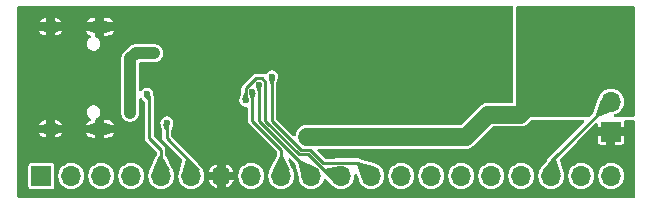
<source format=gbl>
G04 #@! TF.GenerationSoftware,KiCad,Pcbnew,9.0.3*
G04 #@! TF.CreationDate,2025-08-03T15:22:30-04:00*
G04 #@! TF.ProjectId,CH32V003F4P6,43483332-5630-4303-9346-3450362e6b69,rev?*
G04 #@! TF.SameCoordinates,Original*
G04 #@! TF.FileFunction,Copper,L2,Bot*
G04 #@! TF.FilePolarity,Positive*
%FSLAX46Y46*%
G04 Gerber Fmt 4.6, Leading zero omitted, Abs format (unit mm)*
G04 Created by KiCad (PCBNEW 9.0.3) date 2025-08-03 15:22:30*
%MOMM*%
%LPD*%
G01*
G04 APERTURE LIST*
G04 #@! TA.AperFunction,ComponentPad*
%ADD10R,1.700000X1.700000*%
G04 #@! TD*
G04 #@! TA.AperFunction,ComponentPad*
%ADD11O,1.700000X1.700000*%
G04 #@! TD*
G04 #@! TA.AperFunction,ComponentPad*
%ADD12O,2.100000X1.000000*%
G04 #@! TD*
G04 #@! TA.AperFunction,ComponentPad*
%ADD13O,1.600000X1.000000*%
G04 #@! TD*
G04 #@! TA.AperFunction,ViaPad*
%ADD14C,0.600000*%
G04 #@! TD*
G04 #@! TA.AperFunction,Conductor*
%ADD15C,1.000000*%
G04 #@! TD*
G04 #@! TA.AperFunction,Conductor*
%ADD16C,0.600000*%
G04 #@! TD*
G04 #@! TA.AperFunction,Conductor*
%ADD17C,1.500000*%
G04 #@! TD*
G04 #@! TA.AperFunction,Conductor*
%ADD18C,0.250000*%
G04 #@! TD*
G04 APERTURE END LIST*
D10*
X177292000Y-124445000D03*
D11*
X177292000Y-121905000D03*
X177292000Y-119365000D03*
D12*
X134030000Y-115580000D03*
D13*
X129850000Y-115580000D03*
D12*
X134030000Y-124220000D03*
D13*
X129850000Y-124220000D03*
D10*
X129075000Y-128200000D03*
D11*
X131615000Y-128200000D03*
X134155000Y-128200000D03*
X136695000Y-128200000D03*
X139235000Y-128200000D03*
X141775000Y-128200000D03*
X144315000Y-128200000D03*
X146855000Y-128200000D03*
X149395000Y-128200000D03*
X151935000Y-128200000D03*
X154475000Y-128200000D03*
X157015000Y-128200000D03*
X159555000Y-128200000D03*
X162095000Y-128200000D03*
X164635000Y-128200000D03*
X167175000Y-128200000D03*
X169715000Y-128200000D03*
X172255000Y-128200000D03*
X174795000Y-128200000D03*
X177335000Y-128200000D03*
D14*
X143057792Y-129484503D03*
X140520835Y-129484503D03*
X166900000Y-121600000D03*
X132909964Y-129484503D03*
X145594749Y-129484503D03*
X165500000Y-121600000D03*
X151700000Y-122700000D03*
X173501276Y-129484503D03*
X167900000Y-114200000D03*
X152400000Y-123000000D03*
X160700000Y-116100000D03*
X155742577Y-129484503D03*
X159900000Y-116500000D03*
X153100000Y-123400000D03*
X176038233Y-129484503D03*
X150668663Y-129484503D03*
X159900000Y-115700000D03*
X153100000Y-122700000D03*
X166500000Y-114200000D03*
X160816491Y-129484503D03*
X164400000Y-114200000D03*
X163353448Y-129484503D03*
X163700000Y-114200000D03*
X137983878Y-129484503D03*
X168300000Y-121600000D03*
X160700000Y-116900000D03*
X153205620Y-129484503D03*
X148131706Y-129484503D03*
X151700000Y-122000000D03*
X130373007Y-129484503D03*
X168600000Y-114200000D03*
X164800000Y-121600000D03*
X160700000Y-115300000D03*
X166200000Y-121600000D03*
X163000000Y-114200000D03*
X162300000Y-114200000D03*
X152400000Y-122300000D03*
X165100000Y-114200000D03*
X160700000Y-114500000D03*
X159900000Y-114900000D03*
X159900000Y-117300000D03*
X152400000Y-121600000D03*
X168427362Y-129484503D03*
X165890405Y-129484503D03*
X153100000Y-122000000D03*
X151700000Y-123400000D03*
X161600000Y-114200000D03*
X167200000Y-114200000D03*
X170964319Y-129484503D03*
X160700000Y-117700000D03*
X165800000Y-114200000D03*
X158279534Y-129484503D03*
X135446921Y-129484503D03*
X167600000Y-121600000D03*
X138650000Y-117800000D03*
X136610283Y-122852988D03*
X136610283Y-122200000D03*
X136975000Y-117875000D03*
X171200000Y-122400000D03*
X170800000Y-117500000D03*
X171800000Y-116100000D03*
X174700000Y-122400000D03*
X175800000Y-119600000D03*
X175800000Y-118200000D03*
X173400000Y-121700000D03*
X171200000Y-121000000D03*
X176700000Y-116800000D03*
X174940000Y-115300000D03*
X173180000Y-115300000D03*
X173400000Y-120300000D03*
X172080000Y-121000000D03*
X172300000Y-115300000D03*
X174500000Y-114600000D03*
X171680000Y-117500000D03*
X173840000Y-121000000D03*
X171680000Y-120300000D03*
X176300000Y-117500000D03*
X173900000Y-122400000D03*
X152900000Y-124900000D03*
X172080000Y-118200000D03*
X173700000Y-114600000D03*
X146944000Y-121100000D03*
X172080000Y-119600000D03*
X171200000Y-118200000D03*
X176300000Y-114600000D03*
X170800000Y-116100000D03*
X172180000Y-116800000D03*
X176700000Y-118200000D03*
X171680000Y-118900000D03*
X170800000Y-118900000D03*
X174300000Y-121700000D03*
X175800000Y-116800000D03*
X177200000Y-116100000D03*
X172800000Y-114600000D03*
X173000000Y-122400000D03*
X177200000Y-117500000D03*
X172080000Y-122400000D03*
X176300000Y-116100000D03*
X175400000Y-114600000D03*
X175400000Y-116100000D03*
X175200000Y-121700000D03*
X172960000Y-121000000D03*
X172560000Y-120300000D03*
X171680000Y-121700000D03*
X152200000Y-124900000D03*
X174060000Y-115300000D03*
X171300000Y-116800000D03*
X170800000Y-120300000D03*
X175820000Y-115300000D03*
X171300000Y-115300000D03*
X151600000Y-124875000D03*
X171200000Y-119600000D03*
X175400000Y-117500000D03*
X176700000Y-115300000D03*
X175200000Y-120300000D03*
X174700000Y-121000000D03*
X153700000Y-124900000D03*
X176100000Y-120300000D03*
X174300000Y-120300000D03*
X170800000Y-121700000D03*
X172560000Y-121700000D03*
X176200000Y-118900000D03*
X171800000Y-114600000D03*
X175600000Y-121000000D03*
X175300000Y-118900000D03*
X138000000Y-121300000D03*
X147496000Y-120457903D03*
X146392000Y-121800000D03*
X148600000Y-119800000D03*
X139700000Y-123700000D03*
D15*
X136975000Y-117875000D02*
X136600000Y-118250000D01*
D16*
X136610283Y-122852988D02*
X136600000Y-122842705D01*
D15*
X136975000Y-117875000D02*
X137050000Y-117800000D01*
X137050000Y-117800000D02*
X138650000Y-117800000D01*
X136600000Y-118250000D02*
X136600000Y-122842705D01*
D17*
X165000000Y-124900000D02*
X166900000Y-123000000D01*
X151625000Y-124900000D02*
X165000000Y-124900000D01*
X169600000Y-123000000D02*
X171600000Y-121000000D01*
D18*
X149395000Y-125961316D02*
X149395000Y-128200000D01*
X146944000Y-121100000D02*
X146944000Y-123510316D01*
D17*
X166900000Y-123000000D02*
X169600000Y-123000000D01*
X151600000Y-124875000D02*
X151625000Y-124900000D01*
X171600000Y-121000000D02*
X172960000Y-121000000D01*
D18*
X146944000Y-123510316D02*
X149395000Y-125961316D01*
X172255000Y-126942000D02*
X172255000Y-128200000D01*
X177292000Y-121905000D02*
X172255000Y-126942000D01*
X138200000Y-121500000D02*
X138200000Y-125000000D01*
X138200000Y-125000000D02*
X139200000Y-126000000D01*
X139200000Y-128165000D02*
X139235000Y-128200000D01*
X139200000Y-126000000D02*
X139200000Y-128165000D01*
X138000000Y-121300000D02*
X138200000Y-121500000D01*
X151935000Y-127968158D02*
X151935000Y-128200000D01*
X147496000Y-123529158D02*
X151935000Y-127968158D01*
X147496000Y-120457903D02*
X147496000Y-123529158D01*
X153493465Y-128200000D02*
X154475000Y-128200000D01*
X146392000Y-120781257D02*
X147267354Y-119905903D01*
X146392000Y-121800000D02*
X146392000Y-120781257D01*
X150893841Y-126377000D02*
X151670465Y-126377000D01*
X147724646Y-119905903D02*
X148048000Y-120229257D01*
X148048000Y-123531159D02*
X150893841Y-126377000D01*
X147267354Y-119905903D02*
X147724646Y-119905903D01*
X148048000Y-120229257D02*
X148048000Y-123531159D01*
X151670465Y-126377000D02*
X153493465Y-128200000D01*
X148600000Y-123550000D02*
X151050000Y-126000000D01*
X154016536Y-127100000D02*
X154018536Y-127098000D01*
X152926623Y-127100000D02*
X154016536Y-127100000D01*
X151826623Y-126000000D02*
X152926623Y-127100000D01*
X154018536Y-127098000D02*
X155913000Y-127098000D01*
X148600000Y-119800000D02*
X148600000Y-123550000D01*
X155913000Y-127098000D02*
X157015000Y-128200000D01*
X151050000Y-126000000D02*
X151826623Y-126000000D01*
X139700000Y-123700000D02*
X139700000Y-125000000D01*
X139700000Y-125000000D02*
X141775000Y-127075000D01*
X141775000Y-127075000D02*
X141775000Y-128200000D01*
G04 #@! TA.AperFunction,Conductor*
G36*
X179243039Y-113822185D02*
G01*
X179288794Y-113874989D01*
X179300000Y-113926500D01*
X179300000Y-123076000D01*
X179280315Y-123143039D01*
X179227511Y-123188794D01*
X179176000Y-123200000D01*
X177650597Y-123200000D01*
X177583558Y-123180315D01*
X177537803Y-123127511D01*
X177527859Y-123058353D01*
X177556884Y-122994797D01*
X177612277Y-122958069D01*
X177714445Y-122924873D01*
X177868788Y-122846232D01*
X178008928Y-122744414D01*
X178131414Y-122621928D01*
X178233232Y-122481788D01*
X178311873Y-122327445D01*
X178365402Y-122162701D01*
X178392500Y-121991611D01*
X178392500Y-121818389D01*
X178365402Y-121647299D01*
X178311873Y-121482555D01*
X178233232Y-121328212D01*
X178131414Y-121188072D01*
X178008928Y-121065586D01*
X177868788Y-120963768D01*
X177714445Y-120885127D01*
X177549701Y-120831598D01*
X177549699Y-120831597D01*
X177549698Y-120831597D01*
X177418271Y-120810781D01*
X177378611Y-120804500D01*
X177205389Y-120804500D01*
X177165728Y-120810781D01*
X177034302Y-120831597D01*
X176869552Y-120885128D01*
X176715211Y-120963768D01*
X176635256Y-121021859D01*
X176575072Y-121065586D01*
X176575070Y-121065588D01*
X176575069Y-121065588D01*
X176452588Y-121188069D01*
X176452588Y-121188070D01*
X176452586Y-121188072D01*
X176408859Y-121248256D01*
X176350768Y-121328211D01*
X176272128Y-121482552D01*
X176218595Y-121647309D01*
X176217475Y-121651972D01*
X176213901Y-121664094D01*
X175796807Y-122851872D01*
X175767492Y-122898469D01*
X175502281Y-123163681D01*
X175440958Y-123197166D01*
X175414600Y-123200000D01*
X169424000Y-123200000D01*
X169356961Y-123180315D01*
X169311206Y-123127511D01*
X169300000Y-123076000D01*
X169300000Y-113926500D01*
X169319685Y-113859461D01*
X169372489Y-113813706D01*
X169424000Y-113802500D01*
X179176000Y-113802500D01*
X179243039Y-113822185D01*
G37*
G04 #@! TD.AperFunction*
G04 #@! TA.AperFunction,Conductor*
G36*
X168987539Y-113822185D02*
G01*
X169033294Y-113874989D01*
X169044500Y-113926500D01*
X169044500Y-121875500D01*
X169024815Y-121942539D01*
X168972011Y-121988294D01*
X168920500Y-121999500D01*
X166801457Y-121999500D01*
X166736180Y-122012485D01*
X166736179Y-122012485D01*
X166608171Y-122037947D01*
X166608159Y-122037950D01*
X166573852Y-122052160D01*
X166573853Y-122052161D01*
X166426088Y-122113366D01*
X166426080Y-122113371D01*
X166365147Y-122154086D01*
X166262216Y-122222861D01*
X166262213Y-122222864D01*
X164621899Y-123863181D01*
X164560576Y-123896666D01*
X164534218Y-123899500D01*
X151836434Y-123899500D01*
X151812243Y-123897117D01*
X151777052Y-123890117D01*
X151698542Y-123874500D01*
X151698540Y-123874500D01*
X151501460Y-123874500D01*
X151501457Y-123874500D01*
X151308171Y-123912947D01*
X151308163Y-123912949D01*
X151126089Y-123988367D01*
X151126079Y-123988372D01*
X150962219Y-124097860D01*
X150962215Y-124097863D01*
X150822863Y-124237215D01*
X150822860Y-124237219D01*
X150713372Y-124401079D01*
X150713367Y-124401089D01*
X150637949Y-124583163D01*
X150637947Y-124583171D01*
X150604607Y-124750782D01*
X150572222Y-124812693D01*
X150511506Y-124847267D01*
X150441737Y-124843528D01*
X150395309Y-124814272D01*
X149011819Y-123430782D01*
X148978334Y-123369459D01*
X148975500Y-123343101D01*
X148975500Y-120468580D01*
X148981260Y-120431227D01*
X149133946Y-119947907D01*
X149137700Y-119934818D01*
X149138003Y-119933643D01*
X149138006Y-119933633D01*
X149141057Y-119920375D01*
X149141057Y-119920367D01*
X149141849Y-119913497D01*
X149142397Y-119913560D01*
X149145272Y-119891983D01*
X149150500Y-119872474D01*
X149150500Y-119727527D01*
X149150500Y-119727525D01*
X149112984Y-119587515D01*
X149106488Y-119576264D01*
X149040511Y-119461988D01*
X149040506Y-119461982D01*
X148938017Y-119359493D01*
X148938011Y-119359488D01*
X148812488Y-119287017D01*
X148812489Y-119287017D01*
X148801006Y-119283940D01*
X148672475Y-119249500D01*
X148527525Y-119249500D01*
X148398993Y-119283940D01*
X148387511Y-119287017D01*
X148261988Y-119359488D01*
X148261982Y-119359493D01*
X148159493Y-119461982D01*
X148159486Y-119461991D01*
X148108305Y-119550638D01*
X148106596Y-119552267D01*
X148105955Y-119554542D01*
X148081428Y-119576264D01*
X148057738Y-119598853D01*
X148055419Y-119599299D01*
X148053650Y-119600867D01*
X148021269Y-119605881D01*
X147989130Y-119612075D01*
X147986211Y-119611309D01*
X147984603Y-119611559D01*
X147975992Y-119608631D01*
X147950633Y-119601983D01*
X147944621Y-119599316D01*
X147869584Y-119555993D01*
X147821832Y-119543198D01*
X147812490Y-119540694D01*
X147812484Y-119540692D01*
X147774082Y-119530403D01*
X147774081Y-119530403D01*
X147316790Y-119530403D01*
X147217918Y-119530403D01*
X147170166Y-119543198D01*
X147170165Y-119543197D01*
X147122417Y-119555992D01*
X147122416Y-119555992D01*
X147036789Y-119605430D01*
X146091526Y-120550693D01*
X146042091Y-120636316D01*
X146042088Y-120636323D01*
X146038494Y-120649735D01*
X146038495Y-120649736D01*
X146017851Y-120726782D01*
X146017848Y-120726794D01*
X146016500Y-120731820D01*
X146016500Y-121131416D01*
X146010740Y-121168769D01*
X145858049Y-121652104D01*
X145854267Y-121665299D01*
X145853951Y-121666523D01*
X145850942Y-121679617D01*
X145850153Y-121686484D01*
X145849606Y-121686421D01*
X145846729Y-121708008D01*
X145841500Y-121727523D01*
X145841500Y-121727525D01*
X145841500Y-121872475D01*
X145872534Y-121988294D01*
X145879017Y-122012488D01*
X145951488Y-122138011D01*
X145951490Y-122138013D01*
X145951491Y-122138015D01*
X146053985Y-122240509D01*
X146053986Y-122240510D01*
X146053988Y-122240511D01*
X146179511Y-122312982D01*
X146179512Y-122312982D01*
X146179515Y-122312984D01*
X146319525Y-122350500D01*
X146319528Y-122350500D01*
X146444500Y-122350500D01*
X146511539Y-122370185D01*
X146557294Y-122422989D01*
X146568500Y-122474500D01*
X146568500Y-123559751D01*
X146594090Y-123655254D01*
X146594091Y-123655255D01*
X146594090Y-123655255D01*
X146606121Y-123676094D01*
X146606124Y-123676097D01*
X146643526Y-123740879D01*
X146643528Y-123740881D01*
X148983181Y-126080534D01*
X149016666Y-126141857D01*
X149019500Y-126168215D01*
X149019500Y-126419523D01*
X149007279Y-126473201D01*
X148462322Y-127608015D01*
X148456273Y-127619122D01*
X148453768Y-127623209D01*
X148375129Y-127777549D01*
X148321597Y-127942302D01*
X148294500Y-128113389D01*
X148294500Y-128286610D01*
X148320846Y-128452957D01*
X148321598Y-128457701D01*
X148375127Y-128622445D01*
X148453768Y-128776788D01*
X148555586Y-128916928D01*
X148678072Y-129039414D01*
X148818212Y-129141232D01*
X148972555Y-129219873D01*
X149137299Y-129273402D01*
X149308389Y-129300500D01*
X149308390Y-129300500D01*
X149481610Y-129300500D01*
X149481611Y-129300500D01*
X149652701Y-129273402D01*
X149817445Y-129219873D01*
X149971788Y-129141232D01*
X150111928Y-129039414D01*
X150234414Y-128916928D01*
X150336232Y-128776788D01*
X150414873Y-128622445D01*
X150468402Y-128457701D01*
X150495500Y-128286611D01*
X150495500Y-128113389D01*
X150468402Y-127942299D01*
X150414873Y-127777555D01*
X150336232Y-127623212D01*
X150336228Y-127623206D01*
X150333727Y-127619124D01*
X150327676Y-127608013D01*
X149980923Y-126885937D01*
X149969646Y-126816984D01*
X149997440Y-126752880D01*
X150055478Y-126713978D01*
X150125335Y-126712630D01*
X150180383Y-126744578D01*
X150513154Y-127077349D01*
X150546104Y-127136323D01*
X150850165Y-128414016D01*
X150850169Y-128414030D01*
X150850456Y-128414671D01*
X150850942Y-128416308D01*
X150852028Y-128419509D01*
X150851905Y-128419550D01*
X150859724Y-128445871D01*
X150861597Y-128457699D01*
X150880186Y-128514909D01*
X150915127Y-128622445D01*
X150993768Y-128776788D01*
X151095586Y-128916928D01*
X151218072Y-129039414D01*
X151358212Y-129141232D01*
X151512555Y-129219873D01*
X151677299Y-129273402D01*
X151848389Y-129300500D01*
X151848390Y-129300500D01*
X152021610Y-129300500D01*
X152021611Y-129300500D01*
X152192701Y-129273402D01*
X152357445Y-129219873D01*
X152511788Y-129141232D01*
X152651928Y-129039414D01*
X152774414Y-128916928D01*
X152876232Y-128776788D01*
X152954873Y-128622445D01*
X152993275Y-128504255D01*
X153032713Y-128446581D01*
X153097072Y-128419383D01*
X153165918Y-128431298D01*
X153199920Y-128455940D01*
X153578669Y-128843796D01*
X153578905Y-128844004D01*
X153579354Y-128844497D01*
X153581917Y-128847122D01*
X153581824Y-128847212D01*
X153597235Y-128864144D01*
X153635586Y-128916928D01*
X153758072Y-129039414D01*
X153898212Y-129141232D01*
X154052555Y-129219873D01*
X154217299Y-129273402D01*
X154388389Y-129300500D01*
X154388390Y-129300500D01*
X154561610Y-129300500D01*
X154561611Y-129300500D01*
X154732701Y-129273402D01*
X154897445Y-129219873D01*
X155051788Y-129141232D01*
X155191928Y-129039414D01*
X155314414Y-128916928D01*
X155416232Y-128776788D01*
X155494873Y-128622445D01*
X155548402Y-128457701D01*
X155575500Y-128286611D01*
X155575500Y-128132163D01*
X155595185Y-128065124D01*
X155647989Y-128019369D01*
X155717147Y-128009425D01*
X155780703Y-128038450D01*
X155816743Y-128091790D01*
X155937087Y-128441269D01*
X155940029Y-128453060D01*
X155940459Y-128452957D01*
X155941597Y-128457695D01*
X155941598Y-128457701D01*
X155995127Y-128622445D01*
X156073768Y-128776788D01*
X156175586Y-128916928D01*
X156298072Y-129039414D01*
X156438212Y-129141232D01*
X156592555Y-129219873D01*
X156757299Y-129273402D01*
X156928389Y-129300500D01*
X156928390Y-129300500D01*
X157101610Y-129300500D01*
X157101611Y-129300500D01*
X157272701Y-129273402D01*
X157437445Y-129219873D01*
X157591788Y-129141232D01*
X157731928Y-129039414D01*
X157854414Y-128916928D01*
X157956232Y-128776788D01*
X158034873Y-128622445D01*
X158088402Y-128457701D01*
X158115500Y-128286611D01*
X158115500Y-128113389D01*
X158454500Y-128113389D01*
X158454500Y-128286610D01*
X158480846Y-128452957D01*
X158481598Y-128457701D01*
X158535127Y-128622445D01*
X158613768Y-128776788D01*
X158715586Y-128916928D01*
X158838072Y-129039414D01*
X158978212Y-129141232D01*
X159132555Y-129219873D01*
X159297299Y-129273402D01*
X159468389Y-129300500D01*
X159468390Y-129300500D01*
X159641610Y-129300500D01*
X159641611Y-129300500D01*
X159812701Y-129273402D01*
X159977445Y-129219873D01*
X160131788Y-129141232D01*
X160271928Y-129039414D01*
X160394414Y-128916928D01*
X160496232Y-128776788D01*
X160574873Y-128622445D01*
X160628402Y-128457701D01*
X160655500Y-128286611D01*
X160655500Y-128113389D01*
X160994500Y-128113389D01*
X160994500Y-128286610D01*
X161020846Y-128452957D01*
X161021598Y-128457701D01*
X161075127Y-128622445D01*
X161153768Y-128776788D01*
X161255586Y-128916928D01*
X161378072Y-129039414D01*
X161518212Y-129141232D01*
X161672555Y-129219873D01*
X161837299Y-129273402D01*
X162008389Y-129300500D01*
X162008390Y-129300500D01*
X162181610Y-129300500D01*
X162181611Y-129300500D01*
X162352701Y-129273402D01*
X162517445Y-129219873D01*
X162671788Y-129141232D01*
X162811928Y-129039414D01*
X162934414Y-128916928D01*
X163036232Y-128776788D01*
X163114873Y-128622445D01*
X163168402Y-128457701D01*
X163195500Y-128286611D01*
X163195500Y-128113389D01*
X163534500Y-128113389D01*
X163534500Y-128286610D01*
X163560846Y-128452957D01*
X163561598Y-128457701D01*
X163615127Y-128622445D01*
X163693768Y-128776788D01*
X163795586Y-128916928D01*
X163918072Y-129039414D01*
X164058212Y-129141232D01*
X164212555Y-129219873D01*
X164377299Y-129273402D01*
X164548389Y-129300500D01*
X164548390Y-129300500D01*
X164721610Y-129300500D01*
X164721611Y-129300500D01*
X164892701Y-129273402D01*
X165057445Y-129219873D01*
X165211788Y-129141232D01*
X165351928Y-129039414D01*
X165474414Y-128916928D01*
X165576232Y-128776788D01*
X165654873Y-128622445D01*
X165708402Y-128457701D01*
X165735500Y-128286611D01*
X165735500Y-128113389D01*
X166074500Y-128113389D01*
X166074500Y-128286610D01*
X166100846Y-128452957D01*
X166101598Y-128457701D01*
X166155127Y-128622445D01*
X166233768Y-128776788D01*
X166335586Y-128916928D01*
X166458072Y-129039414D01*
X166598212Y-129141232D01*
X166752555Y-129219873D01*
X166917299Y-129273402D01*
X167088389Y-129300500D01*
X167088390Y-129300500D01*
X167261610Y-129300500D01*
X167261611Y-129300500D01*
X167432701Y-129273402D01*
X167597445Y-129219873D01*
X167751788Y-129141232D01*
X167891928Y-129039414D01*
X168014414Y-128916928D01*
X168116232Y-128776788D01*
X168194873Y-128622445D01*
X168248402Y-128457701D01*
X168275500Y-128286611D01*
X168275500Y-128113389D01*
X168614500Y-128113389D01*
X168614500Y-128286610D01*
X168640846Y-128452957D01*
X168641598Y-128457701D01*
X168695127Y-128622445D01*
X168773768Y-128776788D01*
X168875586Y-128916928D01*
X168998072Y-129039414D01*
X169138212Y-129141232D01*
X169292555Y-129219873D01*
X169457299Y-129273402D01*
X169628389Y-129300500D01*
X169628390Y-129300500D01*
X169801610Y-129300500D01*
X169801611Y-129300500D01*
X169972701Y-129273402D01*
X170137445Y-129219873D01*
X170291788Y-129141232D01*
X170431928Y-129039414D01*
X170554414Y-128916928D01*
X170656232Y-128776788D01*
X170734873Y-128622445D01*
X170788402Y-128457701D01*
X170815500Y-128286611D01*
X170815500Y-128113389D01*
X170788402Y-127942299D01*
X170734873Y-127777555D01*
X170656232Y-127623212D01*
X170554414Y-127483072D01*
X170431928Y-127360586D01*
X170291788Y-127258768D01*
X170137445Y-127180127D01*
X169972701Y-127126598D01*
X169972699Y-127126597D01*
X169972698Y-127126597D01*
X169818481Y-127102172D01*
X169801611Y-127099500D01*
X169628389Y-127099500D01*
X169611519Y-127102172D01*
X169457302Y-127126597D01*
X169292552Y-127180128D01*
X169138211Y-127258768D01*
X169058256Y-127316859D01*
X168998072Y-127360586D01*
X168998070Y-127360588D01*
X168998069Y-127360588D01*
X168875588Y-127483069D01*
X168875588Y-127483070D01*
X168875586Y-127483072D01*
X168875350Y-127483397D01*
X168773768Y-127623211D01*
X168695128Y-127777552D01*
X168641597Y-127942302D01*
X168614500Y-128113389D01*
X168275500Y-128113389D01*
X168248402Y-127942299D01*
X168194873Y-127777555D01*
X168116232Y-127623212D01*
X168014414Y-127483072D01*
X167891928Y-127360586D01*
X167751788Y-127258768D01*
X167597445Y-127180127D01*
X167432701Y-127126598D01*
X167432699Y-127126597D01*
X167432698Y-127126597D01*
X167278481Y-127102172D01*
X167261611Y-127099500D01*
X167088389Y-127099500D01*
X167071519Y-127102172D01*
X166917302Y-127126597D01*
X166752552Y-127180128D01*
X166598211Y-127258768D01*
X166518256Y-127316859D01*
X166458072Y-127360586D01*
X166458070Y-127360588D01*
X166458069Y-127360588D01*
X166335588Y-127483069D01*
X166335588Y-127483070D01*
X166335586Y-127483072D01*
X166335350Y-127483397D01*
X166233768Y-127623211D01*
X166155128Y-127777552D01*
X166101597Y-127942302D01*
X166074500Y-128113389D01*
X165735500Y-128113389D01*
X165708402Y-127942299D01*
X165654873Y-127777555D01*
X165576232Y-127623212D01*
X165474414Y-127483072D01*
X165351928Y-127360586D01*
X165211788Y-127258768D01*
X165057445Y-127180127D01*
X164892701Y-127126598D01*
X164892699Y-127126597D01*
X164892698Y-127126597D01*
X164738481Y-127102172D01*
X164721611Y-127099500D01*
X164548389Y-127099500D01*
X164531519Y-127102172D01*
X164377302Y-127126597D01*
X164212552Y-127180128D01*
X164058211Y-127258768D01*
X163978256Y-127316859D01*
X163918072Y-127360586D01*
X163918070Y-127360588D01*
X163918069Y-127360588D01*
X163795588Y-127483069D01*
X163795588Y-127483070D01*
X163795586Y-127483072D01*
X163795350Y-127483397D01*
X163693768Y-127623211D01*
X163615128Y-127777552D01*
X163561597Y-127942302D01*
X163534500Y-128113389D01*
X163195500Y-128113389D01*
X163168402Y-127942299D01*
X163114873Y-127777555D01*
X163036232Y-127623212D01*
X162934414Y-127483072D01*
X162811928Y-127360586D01*
X162671788Y-127258768D01*
X162517445Y-127180127D01*
X162352701Y-127126598D01*
X162352699Y-127126597D01*
X162352698Y-127126597D01*
X162198481Y-127102172D01*
X162181611Y-127099500D01*
X162008389Y-127099500D01*
X161991519Y-127102172D01*
X161837302Y-127126597D01*
X161672552Y-127180128D01*
X161518211Y-127258768D01*
X161438256Y-127316859D01*
X161378072Y-127360586D01*
X161378070Y-127360588D01*
X161378069Y-127360588D01*
X161255588Y-127483069D01*
X161255588Y-127483070D01*
X161255586Y-127483072D01*
X161255350Y-127483397D01*
X161153768Y-127623211D01*
X161075128Y-127777552D01*
X161021597Y-127942302D01*
X160994500Y-128113389D01*
X160655500Y-128113389D01*
X160628402Y-127942299D01*
X160574873Y-127777555D01*
X160496232Y-127623212D01*
X160394414Y-127483072D01*
X160271928Y-127360586D01*
X160131788Y-127258768D01*
X159977445Y-127180127D01*
X159812701Y-127126598D01*
X159812699Y-127126597D01*
X159812698Y-127126597D01*
X159658481Y-127102172D01*
X159641611Y-127099500D01*
X159468389Y-127099500D01*
X159451519Y-127102172D01*
X159297302Y-127126597D01*
X159132552Y-127180128D01*
X158978211Y-127258768D01*
X158898256Y-127316859D01*
X158838072Y-127360586D01*
X158838070Y-127360588D01*
X158838069Y-127360588D01*
X158715588Y-127483069D01*
X158715588Y-127483070D01*
X158715586Y-127483072D01*
X158715350Y-127483397D01*
X158613768Y-127623211D01*
X158535128Y-127777552D01*
X158481597Y-127942302D01*
X158454500Y-128113389D01*
X158115500Y-128113389D01*
X158088402Y-127942299D01*
X158034873Y-127777555D01*
X157956232Y-127623212D01*
X157854414Y-127483072D01*
X157731928Y-127360586D01*
X157591788Y-127258768D01*
X157437445Y-127180127D01*
X157272701Y-127126598D01*
X157269798Y-127126138D01*
X157243981Y-127119125D01*
X157239866Y-127117513D01*
X156187991Y-126820508D01*
X156168261Y-126813075D01*
X156150753Y-126804716D01*
X156143563Y-126797526D01*
X156143562Y-126797525D01*
X156057938Y-126748090D01*
X156010186Y-126735295D01*
X155999158Y-126732339D01*
X155999156Y-126732339D01*
X155962436Y-126722500D01*
X155962435Y-126722500D01*
X155817510Y-126722500D01*
X155799490Y-126721261D01*
X155793262Y-126722500D01*
X154067972Y-126722500D01*
X153969100Y-126722500D01*
X153969097Y-126722500D01*
X153961972Y-126723439D01*
X153945784Y-126724500D01*
X153133522Y-126724500D01*
X153066483Y-126704815D01*
X153045841Y-126688181D01*
X152469841Y-126112181D01*
X152436356Y-126050858D01*
X152441340Y-125981166D01*
X152483212Y-125925233D01*
X152548676Y-125900816D01*
X152557522Y-125900500D01*
X165098542Y-125900500D01*
X165129566Y-125894328D01*
X165195188Y-125881275D01*
X165291836Y-125862051D01*
X165345165Y-125839961D01*
X165473914Y-125786632D01*
X165637782Y-125677139D01*
X165777139Y-125537782D01*
X165777139Y-125537780D01*
X165787347Y-125527573D01*
X165787348Y-125527570D01*
X167278102Y-124036819D01*
X167339425Y-124003334D01*
X167365783Y-124000500D01*
X169698542Y-124000500D01*
X169722539Y-123995726D01*
X169795188Y-123981275D01*
X169891836Y-123962051D01*
X169950023Y-123937949D01*
X170073914Y-123886632D01*
X170237782Y-123777139D01*
X170377139Y-123637782D01*
X170377141Y-123637778D01*
X170523102Y-123491817D01*
X170584425Y-123458334D01*
X170610782Y-123455500D01*
X174911100Y-123455500D01*
X174978139Y-123475185D01*
X175023894Y-123527989D01*
X175033838Y-123597147D01*
X175004813Y-123660703D01*
X174998781Y-123667181D01*
X172276871Y-126389090D01*
X172270078Y-126395393D01*
X172258230Y-126405589D01*
X172258219Y-126405600D01*
X172255164Y-126409506D01*
X172245189Y-126420772D01*
X172024438Y-126641525D01*
X171954527Y-126711435D01*
X171954525Y-126711437D01*
X171954525Y-126711438D01*
X171905942Y-126795586D01*
X171905089Y-126797064D01*
X171900865Y-126812829D01*
X171900864Y-126812834D01*
X171887209Y-126863791D01*
X171865099Y-126908100D01*
X171354740Y-127560459D01*
X171349142Y-127567891D01*
X171348610Y-127568625D01*
X171343227Y-127576350D01*
X171342697Y-127577626D01*
X171328517Y-127602910D01*
X171313771Y-127623206D01*
X171235128Y-127777552D01*
X171181597Y-127942302D01*
X171154500Y-128113389D01*
X171154500Y-128286610D01*
X171180846Y-128452957D01*
X171181598Y-128457701D01*
X171235127Y-128622445D01*
X171313768Y-128776788D01*
X171415586Y-128916928D01*
X171538072Y-129039414D01*
X171678212Y-129141232D01*
X171832555Y-129219873D01*
X171997299Y-129273402D01*
X172168389Y-129300500D01*
X172168390Y-129300500D01*
X172341610Y-129300500D01*
X172341611Y-129300500D01*
X172512701Y-129273402D01*
X172677445Y-129219873D01*
X172831788Y-129141232D01*
X172971928Y-129039414D01*
X173094414Y-128916928D01*
X173196232Y-128776788D01*
X173274873Y-128622445D01*
X173328402Y-128457701D01*
X173355500Y-128286611D01*
X173355500Y-128113389D01*
X173694500Y-128113389D01*
X173694500Y-128286610D01*
X173720846Y-128452957D01*
X173721598Y-128457701D01*
X173775127Y-128622445D01*
X173853768Y-128776788D01*
X173955586Y-128916928D01*
X174078072Y-129039414D01*
X174218212Y-129141232D01*
X174372555Y-129219873D01*
X174537299Y-129273402D01*
X174708389Y-129300500D01*
X174708390Y-129300500D01*
X174881610Y-129300500D01*
X174881611Y-129300500D01*
X175052701Y-129273402D01*
X175217445Y-129219873D01*
X175371788Y-129141232D01*
X175511928Y-129039414D01*
X175634414Y-128916928D01*
X175736232Y-128776788D01*
X175814873Y-128622445D01*
X175868402Y-128457701D01*
X175895500Y-128286611D01*
X175895500Y-128113389D01*
X176234500Y-128113389D01*
X176234500Y-128286610D01*
X176260846Y-128452957D01*
X176261598Y-128457701D01*
X176315127Y-128622445D01*
X176393768Y-128776788D01*
X176495586Y-128916928D01*
X176618072Y-129039414D01*
X176758212Y-129141232D01*
X176912555Y-129219873D01*
X177077299Y-129273402D01*
X177248389Y-129300500D01*
X177248390Y-129300500D01*
X177421610Y-129300500D01*
X177421611Y-129300500D01*
X177592701Y-129273402D01*
X177757445Y-129219873D01*
X177911788Y-129141232D01*
X178051928Y-129039414D01*
X178174414Y-128916928D01*
X178276232Y-128776788D01*
X178354873Y-128622445D01*
X178408402Y-128457701D01*
X178435500Y-128286611D01*
X178435500Y-128113389D01*
X178408402Y-127942299D01*
X178354873Y-127777555D01*
X178276232Y-127623212D01*
X178174414Y-127483072D01*
X178051928Y-127360586D01*
X177911788Y-127258768D01*
X177757445Y-127180127D01*
X177592701Y-127126598D01*
X177592699Y-127126597D01*
X177592698Y-127126597D01*
X177438481Y-127102172D01*
X177421611Y-127099500D01*
X177248389Y-127099500D01*
X177231519Y-127102172D01*
X177077302Y-127126597D01*
X176912552Y-127180128D01*
X176758211Y-127258768D01*
X176678256Y-127316859D01*
X176618072Y-127360586D01*
X176618070Y-127360588D01*
X176618069Y-127360588D01*
X176495588Y-127483069D01*
X176495588Y-127483070D01*
X176495586Y-127483072D01*
X176495350Y-127483397D01*
X176393768Y-127623211D01*
X176315128Y-127777552D01*
X176261597Y-127942302D01*
X176234500Y-128113389D01*
X175895500Y-128113389D01*
X175868402Y-127942299D01*
X175814873Y-127777555D01*
X175736232Y-127623212D01*
X175634414Y-127483072D01*
X175511928Y-127360586D01*
X175371788Y-127258768D01*
X175217445Y-127180127D01*
X175052701Y-127126598D01*
X175052699Y-127126597D01*
X175052698Y-127126597D01*
X174898481Y-127102172D01*
X174881611Y-127099500D01*
X174708389Y-127099500D01*
X174691519Y-127102172D01*
X174537302Y-127126597D01*
X174372552Y-127180128D01*
X174218211Y-127258768D01*
X174138256Y-127316859D01*
X174078072Y-127360586D01*
X174078070Y-127360588D01*
X174078069Y-127360588D01*
X173955588Y-127483069D01*
X173955588Y-127483070D01*
X173955586Y-127483072D01*
X173955350Y-127483397D01*
X173853768Y-127623211D01*
X173775128Y-127777552D01*
X173721597Y-127942302D01*
X173694500Y-128113389D01*
X173355500Y-128113389D01*
X173328402Y-127942299D01*
X173274873Y-127777555D01*
X173274872Y-127777553D01*
X173274870Y-127777549D01*
X173267810Y-127763694D01*
X173260913Y-127747370D01*
X172960591Y-126865391D01*
X172957617Y-126795586D01*
X172990291Y-126737744D01*
X174408407Y-125319628D01*
X176192000Y-125319628D01*
X176206503Y-125392540D01*
X176206505Y-125392544D01*
X176261760Y-125475239D01*
X176344455Y-125530494D01*
X176344459Y-125530496D01*
X176417371Y-125544999D01*
X176417374Y-125545000D01*
X176917000Y-125545000D01*
X177667000Y-125545000D01*
X178166626Y-125545000D01*
X178166628Y-125544999D01*
X178239540Y-125530496D01*
X178239544Y-125530494D01*
X178322239Y-125475239D01*
X178377494Y-125392544D01*
X178377496Y-125392540D01*
X178391999Y-125319628D01*
X178392000Y-125319626D01*
X178392000Y-124820000D01*
X177667000Y-124820000D01*
X177667000Y-125545000D01*
X176917000Y-125545000D01*
X176917000Y-124820000D01*
X176192000Y-124820000D01*
X176192000Y-125319628D01*
X174408407Y-125319628D01*
X175980320Y-123747715D01*
X176041642Y-123714232D01*
X176111334Y-123719216D01*
X176167267Y-123761088D01*
X176191684Y-123826552D01*
X176192000Y-123835398D01*
X176192000Y-124070000D01*
X176959894Y-124070000D01*
X176891901Y-124137993D01*
X176826075Y-124252007D01*
X176792000Y-124379174D01*
X176792000Y-124510826D01*
X176826075Y-124637993D01*
X176891901Y-124752007D01*
X176984993Y-124845099D01*
X177099007Y-124910925D01*
X177226174Y-124945000D01*
X177357826Y-124945000D01*
X177484993Y-124910925D01*
X177599007Y-124845099D01*
X177692099Y-124752007D01*
X177757925Y-124637993D01*
X177792000Y-124510826D01*
X177792000Y-124379174D01*
X177757925Y-124252007D01*
X177692099Y-124137993D01*
X177624106Y-124070000D01*
X178392000Y-124070000D01*
X178392000Y-123579500D01*
X178411685Y-123512461D01*
X178464489Y-123466706D01*
X178516000Y-123455500D01*
X179175999Y-123455500D01*
X179176000Y-123455500D01*
X179176222Y-123455476D01*
X179176273Y-123455485D01*
X179179325Y-123455322D01*
X179179363Y-123456042D01*
X179244984Y-123467869D01*
X179296130Y-123515470D01*
X179313500Y-123578763D01*
X179313500Y-129913500D01*
X179293815Y-129980539D01*
X179241011Y-130026294D01*
X179189500Y-130037500D01*
X127134500Y-130037500D01*
X127067461Y-130017815D01*
X127021706Y-129965011D01*
X127010500Y-129913500D01*
X127010500Y-127325321D01*
X127974500Y-127325321D01*
X127974500Y-129074678D01*
X127989032Y-129147735D01*
X127989033Y-129147739D01*
X127989034Y-129147740D01*
X128044399Y-129230601D01*
X128127260Y-129285966D01*
X128127264Y-129285967D01*
X128200321Y-129300499D01*
X128200324Y-129300500D01*
X128200326Y-129300500D01*
X129949676Y-129300500D01*
X129949677Y-129300499D01*
X130022740Y-129285966D01*
X130105601Y-129230601D01*
X130160966Y-129147740D01*
X130175500Y-129074674D01*
X130175500Y-128113389D01*
X130514500Y-128113389D01*
X130514500Y-128286610D01*
X130540846Y-128452957D01*
X130541598Y-128457701D01*
X130595127Y-128622445D01*
X130673768Y-128776788D01*
X130775586Y-128916928D01*
X130898072Y-129039414D01*
X131038212Y-129141232D01*
X131192555Y-129219873D01*
X131357299Y-129273402D01*
X131528389Y-129300500D01*
X131528390Y-129300500D01*
X131701610Y-129300500D01*
X131701611Y-129300500D01*
X131872701Y-129273402D01*
X132037445Y-129219873D01*
X132191788Y-129141232D01*
X132331928Y-129039414D01*
X132454414Y-128916928D01*
X132556232Y-128776788D01*
X132634873Y-128622445D01*
X132688402Y-128457701D01*
X132715500Y-128286611D01*
X132715500Y-128113389D01*
X133054500Y-128113389D01*
X133054500Y-128286610D01*
X133080846Y-128452957D01*
X133081598Y-128457701D01*
X133135127Y-128622445D01*
X133213768Y-128776788D01*
X133315586Y-128916928D01*
X133438072Y-129039414D01*
X133578212Y-129141232D01*
X133732555Y-129219873D01*
X133897299Y-129273402D01*
X134068389Y-129300500D01*
X134068390Y-129300500D01*
X134241610Y-129300500D01*
X134241611Y-129300500D01*
X134412701Y-129273402D01*
X134577445Y-129219873D01*
X134731788Y-129141232D01*
X134871928Y-129039414D01*
X134994414Y-128916928D01*
X135096232Y-128776788D01*
X135174873Y-128622445D01*
X135228402Y-128457701D01*
X135255500Y-128286611D01*
X135255500Y-128113389D01*
X135594500Y-128113389D01*
X135594500Y-128286610D01*
X135620846Y-128452957D01*
X135621598Y-128457701D01*
X135675127Y-128622445D01*
X135753768Y-128776788D01*
X135855586Y-128916928D01*
X135978072Y-129039414D01*
X136118212Y-129141232D01*
X136272555Y-129219873D01*
X136437299Y-129273402D01*
X136608389Y-129300500D01*
X136608390Y-129300500D01*
X136781610Y-129300500D01*
X136781611Y-129300500D01*
X136952701Y-129273402D01*
X137117445Y-129219873D01*
X137271788Y-129141232D01*
X137411928Y-129039414D01*
X137534414Y-128916928D01*
X137636232Y-128776788D01*
X137714873Y-128622445D01*
X137768402Y-128457701D01*
X137795500Y-128286611D01*
X137795500Y-128113389D01*
X137768402Y-127942299D01*
X137714873Y-127777555D01*
X137636232Y-127623212D01*
X137534414Y-127483072D01*
X137411928Y-127360586D01*
X137271788Y-127258768D01*
X137117445Y-127180127D01*
X136952701Y-127126598D01*
X136952699Y-127126597D01*
X136952698Y-127126597D01*
X136798481Y-127102172D01*
X136781611Y-127099500D01*
X136608389Y-127099500D01*
X136591519Y-127102172D01*
X136437302Y-127126597D01*
X136272552Y-127180128D01*
X136118211Y-127258768D01*
X136038256Y-127316859D01*
X135978072Y-127360586D01*
X135978070Y-127360588D01*
X135978069Y-127360588D01*
X135855588Y-127483069D01*
X135855588Y-127483070D01*
X135855586Y-127483072D01*
X135855350Y-127483397D01*
X135753768Y-127623211D01*
X135675128Y-127777552D01*
X135621597Y-127942302D01*
X135594500Y-128113389D01*
X135255500Y-128113389D01*
X135228402Y-127942299D01*
X135174873Y-127777555D01*
X135096232Y-127623212D01*
X134994414Y-127483072D01*
X134871928Y-127360586D01*
X134731788Y-127258768D01*
X134577445Y-127180127D01*
X134412701Y-127126598D01*
X134412699Y-127126597D01*
X134412698Y-127126597D01*
X134258481Y-127102172D01*
X134241611Y-127099500D01*
X134068389Y-127099500D01*
X134051519Y-127102172D01*
X133897302Y-127126597D01*
X133732552Y-127180128D01*
X133578211Y-127258768D01*
X133498256Y-127316859D01*
X133438072Y-127360586D01*
X133438070Y-127360588D01*
X133438069Y-127360588D01*
X133315588Y-127483069D01*
X133315588Y-127483070D01*
X133315586Y-127483072D01*
X133315350Y-127483397D01*
X133213768Y-127623211D01*
X133135128Y-127777552D01*
X133081597Y-127942302D01*
X133054500Y-128113389D01*
X132715500Y-128113389D01*
X132688402Y-127942299D01*
X132634873Y-127777555D01*
X132556232Y-127623212D01*
X132454414Y-127483072D01*
X132331928Y-127360586D01*
X132191788Y-127258768D01*
X132037445Y-127180127D01*
X131872701Y-127126598D01*
X131872699Y-127126597D01*
X131872698Y-127126597D01*
X131718481Y-127102172D01*
X131701611Y-127099500D01*
X131528389Y-127099500D01*
X131511519Y-127102172D01*
X131357302Y-127126597D01*
X131192552Y-127180128D01*
X131038211Y-127258768D01*
X130958256Y-127316859D01*
X130898072Y-127360586D01*
X130898070Y-127360588D01*
X130898069Y-127360588D01*
X130775588Y-127483069D01*
X130775588Y-127483070D01*
X130775586Y-127483072D01*
X130775350Y-127483397D01*
X130673768Y-127623211D01*
X130595128Y-127777552D01*
X130541597Y-127942302D01*
X130514500Y-128113389D01*
X130175500Y-128113389D01*
X130175500Y-127325326D01*
X130175500Y-127325323D01*
X130175499Y-127325321D01*
X130160967Y-127252264D01*
X130160966Y-127252260D01*
X130105601Y-127169399D01*
X130036379Y-127123147D01*
X130022739Y-127114033D01*
X130022735Y-127114032D01*
X129949677Y-127099500D01*
X129949674Y-127099500D01*
X128200326Y-127099500D01*
X128200323Y-127099500D01*
X128127264Y-127114032D01*
X128127260Y-127114033D01*
X128044399Y-127169399D01*
X127989033Y-127252260D01*
X127989032Y-127252264D01*
X127974500Y-127325321D01*
X127010500Y-127325321D01*
X127010500Y-124595000D01*
X128898549Y-124595000D01*
X128967433Y-124698092D01*
X128967439Y-124698100D01*
X129071899Y-124802560D01*
X129071903Y-124802563D01*
X129194735Y-124884637D01*
X129194745Y-124884642D01*
X129331232Y-124941177D01*
X129331240Y-124941179D01*
X129475000Y-124969775D01*
X129475000Y-124969774D01*
X130225000Y-124969774D01*
X130368759Y-124941179D01*
X130368767Y-124941177D01*
X130505254Y-124884642D01*
X130505264Y-124884637D01*
X130628096Y-124802563D01*
X130628100Y-124802560D01*
X130732560Y-124698100D01*
X130732566Y-124698092D01*
X130801451Y-124595000D01*
X132828549Y-124595000D01*
X132897433Y-124698092D01*
X132897439Y-124698100D01*
X133001899Y-124802560D01*
X133001903Y-124802563D01*
X133124735Y-124884637D01*
X133124745Y-124884642D01*
X133261232Y-124941177D01*
X133261240Y-124941179D01*
X133406126Y-124969999D01*
X133406129Y-124970000D01*
X133655000Y-124970000D01*
X134405000Y-124970000D01*
X134653871Y-124970000D01*
X134653873Y-124969999D01*
X134798759Y-124941179D01*
X134798767Y-124941177D01*
X134935254Y-124884642D01*
X134935264Y-124884637D01*
X135058096Y-124802563D01*
X135058100Y-124802560D01*
X135162560Y-124698100D01*
X135162566Y-124698092D01*
X135231451Y-124595000D01*
X134405000Y-124595000D01*
X134405000Y-124970000D01*
X133655000Y-124970000D01*
X133655000Y-124595000D01*
X132828549Y-124595000D01*
X130801451Y-124595000D01*
X130225000Y-124595000D01*
X130225000Y-124969774D01*
X129475000Y-124969774D01*
X129475000Y-124595000D01*
X128898549Y-124595000D01*
X127010500Y-124595000D01*
X127010500Y-124180504D01*
X129250000Y-124180504D01*
X129250000Y-124259496D01*
X129270444Y-124335796D01*
X129309940Y-124404205D01*
X129365795Y-124460060D01*
X129434204Y-124499556D01*
X129510504Y-124520000D01*
X130189496Y-124520000D01*
X130265796Y-124499556D01*
X130334205Y-124460060D01*
X130390060Y-124404205D01*
X130429556Y-124335796D01*
X130450000Y-124259496D01*
X130450000Y-124180504D01*
X133180000Y-124180504D01*
X133180000Y-124259496D01*
X133200444Y-124335796D01*
X133239940Y-124404205D01*
X133295795Y-124460060D01*
X133364204Y-124499556D01*
X133440504Y-124520000D01*
X134619496Y-124520000D01*
X134695796Y-124499556D01*
X134764205Y-124460060D01*
X134820060Y-124404205D01*
X134859556Y-124335796D01*
X134880000Y-124259496D01*
X134880000Y-124180504D01*
X134859556Y-124104204D01*
X134820060Y-124035795D01*
X134764205Y-123979940D01*
X134695796Y-123940444D01*
X134619496Y-123920000D01*
X133440504Y-123920000D01*
X133364204Y-123940444D01*
X133295795Y-123979940D01*
X133239940Y-124035795D01*
X133200444Y-124104204D01*
X133180000Y-124180504D01*
X130450000Y-124180504D01*
X130429556Y-124104204D01*
X130390060Y-124035795D01*
X130334205Y-123979940D01*
X130265796Y-123940444D01*
X130189496Y-123920000D01*
X129510504Y-123920000D01*
X129434204Y-123940444D01*
X129365795Y-123979940D01*
X129309940Y-124035795D01*
X129270444Y-124104204D01*
X129250000Y-124180504D01*
X127010500Y-124180504D01*
X127010500Y-123844999D01*
X128898549Y-123844999D01*
X128898549Y-123845000D01*
X129475000Y-123845000D01*
X130225000Y-123845000D01*
X130801451Y-123845000D01*
X130801450Y-123844999D01*
X132828549Y-123844999D01*
X132828549Y-123845000D01*
X133655000Y-123845000D01*
X134405000Y-123845000D01*
X135231451Y-123845000D01*
X135231450Y-123844999D01*
X135162566Y-123741907D01*
X135162560Y-123741899D01*
X135058100Y-123637439D01*
X135058096Y-123637436D01*
X134935264Y-123555362D01*
X134935254Y-123555357D01*
X134798767Y-123498822D01*
X134798759Y-123498820D01*
X134653872Y-123470000D01*
X134405000Y-123470000D01*
X134405000Y-123845000D01*
X133655000Y-123845000D01*
X133655000Y-123436633D01*
X133658382Y-123425115D01*
X133657241Y-123413166D01*
X133668043Y-123392212D01*
X133674685Y-123369594D01*
X133684556Y-123360181D01*
X133689257Y-123351064D01*
X133717000Y-123329246D01*
X133748168Y-123311251D01*
X133763526Y-123302383D01*
X133853365Y-123250515D01*
X133960515Y-123143365D01*
X134036281Y-123012135D01*
X134061873Y-122916625D01*
X135849499Y-122916625D01*
X135878340Y-123061612D01*
X135878343Y-123061622D01*
X135934912Y-123198193D01*
X135934919Y-123198206D01*
X136017048Y-123321120D01*
X136017051Y-123321124D01*
X136121580Y-123425653D01*
X136121584Y-123425656D01*
X136244498Y-123507785D01*
X136244511Y-123507792D01*
X136381082Y-123564361D01*
X136381087Y-123564363D01*
X136381091Y-123564363D01*
X136381092Y-123564364D01*
X136526079Y-123593205D01*
X136526082Y-123593205D01*
X136673920Y-123593205D01*
X136771462Y-123573801D01*
X136818913Y-123564363D01*
X136955495Y-123507789D01*
X137078416Y-123425656D01*
X137182951Y-123321121D01*
X137265084Y-123198200D01*
X137321658Y-123061618D01*
X137350500Y-122916623D01*
X137350500Y-121728386D01*
X137356738Y-121707140D01*
X137358318Y-121685052D01*
X137366390Y-121674268D01*
X137370185Y-121661347D01*
X137386918Y-121646847D01*
X137400190Y-121629119D01*
X137412810Y-121624411D01*
X137422989Y-121615592D01*
X137444906Y-121612440D01*
X137465654Y-121604702D01*
X137478814Y-121607564D01*
X137492147Y-121605648D01*
X137512290Y-121614847D01*
X137533927Y-121619554D01*
X137551652Y-121632822D01*
X137555703Y-121634673D01*
X137562181Y-121640705D01*
X137578943Y-121657467D01*
X137582108Y-121660751D01*
X137791372Y-121886139D01*
X137822560Y-121948660D01*
X137824500Y-121970508D01*
X137824500Y-125049435D01*
X137850090Y-125144938D01*
X137850091Y-125144939D01*
X137850091Y-125144940D01*
X137899526Y-125230563D01*
X138788181Y-126119218D01*
X138802884Y-126146145D01*
X138819477Y-126171964D01*
X138820368Y-126178164D01*
X138821666Y-126180541D01*
X138824500Y-126206899D01*
X138824500Y-126423582D01*
X138813522Y-126474592D01*
X138302117Y-127607709D01*
X138294831Y-127621475D01*
X138293768Y-127623209D01*
X138215129Y-127777549D01*
X138161597Y-127942302D01*
X138134500Y-128113389D01*
X138134500Y-128286610D01*
X138160846Y-128452957D01*
X138161598Y-128457701D01*
X138215127Y-128622445D01*
X138293768Y-128776788D01*
X138395586Y-128916928D01*
X138518072Y-129039414D01*
X138658212Y-129141232D01*
X138812555Y-129219873D01*
X138977299Y-129273402D01*
X139148389Y-129300500D01*
X139148390Y-129300500D01*
X139321610Y-129300500D01*
X139321611Y-129300500D01*
X139492701Y-129273402D01*
X139657445Y-129219873D01*
X139811788Y-129141232D01*
X139951928Y-129039414D01*
X140074414Y-128916928D01*
X140176232Y-128776788D01*
X140254873Y-128622445D01*
X140308402Y-128457701D01*
X140335500Y-128286611D01*
X140335500Y-128113389D01*
X140308402Y-127942299D01*
X140254873Y-127777555D01*
X140176232Y-127623212D01*
X140176228Y-127623206D01*
X140173688Y-127619061D01*
X140174254Y-127618713D01*
X140168210Y-127607659D01*
X140167495Y-127608024D01*
X139588997Y-126471727D01*
X139575500Y-126415469D01*
X139575500Y-125950568D01*
X139575499Y-125950561D01*
X139565135Y-125911881D01*
X139549911Y-125855063D01*
X139500475Y-125769438D01*
X138611819Y-124880782D01*
X138578334Y-124819459D01*
X138575500Y-124793101D01*
X138575500Y-123627525D01*
X139149500Y-123627525D01*
X139149500Y-123772475D01*
X139163500Y-123824725D01*
X139164810Y-123836624D01*
X139164811Y-123836636D01*
X139166050Y-123847897D01*
X139166051Y-123847903D01*
X139318740Y-124331229D01*
X139324500Y-124368580D01*
X139324500Y-125049435D01*
X139350090Y-125144938D01*
X139350091Y-125144939D01*
X139350091Y-125144940D01*
X139399526Y-125230563D01*
X140956050Y-126787087D01*
X140989535Y-126848410D01*
X140987879Y-126907835D01*
X140702686Y-127938555D01*
X140702687Y-127938556D01*
X140701966Y-127941164D01*
X140701598Y-127942299D01*
X140701524Y-127942758D01*
X140700683Y-127945800D01*
X140698442Y-127953899D01*
X140696109Y-127962975D01*
X140695905Y-127963831D01*
X140693928Y-127972880D01*
X140693923Y-127981073D01*
X140692397Y-128000386D01*
X140674500Y-128113389D01*
X140674500Y-128286610D01*
X140700846Y-128452957D01*
X140701598Y-128457701D01*
X140755127Y-128622445D01*
X140833768Y-128776788D01*
X140935586Y-128916928D01*
X141058072Y-129039414D01*
X141198212Y-129141232D01*
X141352555Y-129219873D01*
X141517299Y-129273402D01*
X141688389Y-129300500D01*
X141688390Y-129300500D01*
X141861610Y-129300500D01*
X141861611Y-129300500D01*
X142032701Y-129273402D01*
X142197445Y-129219873D01*
X142351788Y-129141232D01*
X142491928Y-129039414D01*
X142614414Y-128916928D01*
X142716232Y-128776788D01*
X142794873Y-128622445D01*
X142810289Y-128575000D01*
X143280236Y-128575000D01*
X143295587Y-128622247D01*
X143295589Y-128622253D01*
X143374195Y-128776524D01*
X143475967Y-128916602D01*
X143598397Y-129039032D01*
X143738475Y-129140804D01*
X143892746Y-129219410D01*
X143892752Y-129219412D01*
X143939999Y-129234763D01*
X143940000Y-129234763D01*
X144690000Y-129234763D01*
X144737247Y-129219412D01*
X144737253Y-129219410D01*
X144891524Y-129140804D01*
X145031602Y-129039032D01*
X145154032Y-128916602D01*
X145255804Y-128776524D01*
X145334410Y-128622253D01*
X145334412Y-128622247D01*
X145349763Y-128575000D01*
X144690000Y-128575000D01*
X144690000Y-129234763D01*
X143940000Y-129234763D01*
X143940000Y-128575000D01*
X143280236Y-128575000D01*
X142810289Y-128575000D01*
X142848402Y-128457701D01*
X142875500Y-128286611D01*
X142875500Y-128134174D01*
X143815000Y-128134174D01*
X143815000Y-128265826D01*
X143849075Y-128392993D01*
X143914901Y-128507007D01*
X144007993Y-128600099D01*
X144122007Y-128665925D01*
X144249174Y-128700000D01*
X144380826Y-128700000D01*
X144507993Y-128665925D01*
X144622007Y-128600099D01*
X144715099Y-128507007D01*
X144780925Y-128392993D01*
X144815000Y-128265826D01*
X144815000Y-128134174D01*
X144809431Y-128113389D01*
X145754500Y-128113389D01*
X145754500Y-128286610D01*
X145780846Y-128452957D01*
X145781598Y-128457701D01*
X145835127Y-128622445D01*
X145913768Y-128776788D01*
X146015586Y-128916928D01*
X146138072Y-129039414D01*
X146278212Y-129141232D01*
X146432555Y-129219873D01*
X146597299Y-129273402D01*
X146768389Y-129300500D01*
X146768390Y-129300500D01*
X146941610Y-129300500D01*
X146941611Y-129300500D01*
X147112701Y-129273402D01*
X147277445Y-129219873D01*
X147431788Y-129141232D01*
X147571928Y-129039414D01*
X147694414Y-128916928D01*
X147796232Y-128776788D01*
X147874873Y-128622445D01*
X147928402Y-128457701D01*
X147955500Y-128286611D01*
X147955500Y-128113389D01*
X147928402Y-127942299D01*
X147874873Y-127777555D01*
X147796232Y-127623212D01*
X147694414Y-127483072D01*
X147571928Y-127360586D01*
X147431788Y-127258768D01*
X147277445Y-127180127D01*
X147112701Y-127126598D01*
X147112699Y-127126597D01*
X147112698Y-127126597D01*
X146958481Y-127102172D01*
X146941611Y-127099500D01*
X146768389Y-127099500D01*
X146751519Y-127102172D01*
X146597302Y-127126597D01*
X146432552Y-127180128D01*
X146278211Y-127258768D01*
X146198256Y-127316859D01*
X146138072Y-127360586D01*
X146138070Y-127360588D01*
X146138069Y-127360588D01*
X146015588Y-127483069D01*
X146015588Y-127483070D01*
X146015586Y-127483072D01*
X146015350Y-127483397D01*
X145913768Y-127623211D01*
X145835128Y-127777552D01*
X145781597Y-127942302D01*
X145754500Y-128113389D01*
X144809431Y-128113389D01*
X144780925Y-128007007D01*
X144715099Y-127892993D01*
X144647106Y-127825000D01*
X144690000Y-127825000D01*
X145349763Y-127825000D01*
X145349763Y-127824999D01*
X145334412Y-127777752D01*
X145334410Y-127777746D01*
X145255804Y-127623475D01*
X145154032Y-127483397D01*
X145031602Y-127360967D01*
X144891524Y-127259195D01*
X144737249Y-127180589D01*
X144690000Y-127165236D01*
X144690000Y-127825000D01*
X144647106Y-127825000D01*
X144622007Y-127799901D01*
X144507993Y-127734075D01*
X144380826Y-127700000D01*
X144249174Y-127700000D01*
X144122007Y-127734075D01*
X144007993Y-127799901D01*
X143914901Y-127892993D01*
X143849075Y-128007007D01*
X143815000Y-128134174D01*
X142875500Y-128134174D01*
X142875500Y-128113389D01*
X142848402Y-127942299D01*
X142810289Y-127824999D01*
X143280236Y-127824999D01*
X143280237Y-127825000D01*
X143940000Y-127825000D01*
X143940000Y-127165236D01*
X143892750Y-127180589D01*
X143738475Y-127259195D01*
X143598397Y-127360967D01*
X143475967Y-127483397D01*
X143374195Y-127623475D01*
X143295589Y-127777746D01*
X143295587Y-127777752D01*
X143280236Y-127824999D01*
X142810289Y-127824999D01*
X142794873Y-127777555D01*
X142716232Y-127623212D01*
X142672577Y-127563127D01*
X142663478Y-127547667D01*
X142651975Y-127534770D01*
X142614414Y-127483072D01*
X142537807Y-127406465D01*
X142532949Y-127401322D01*
X142149549Y-126971465D01*
X142127527Y-126936380D01*
X142124911Y-126930066D01*
X142124910Y-126930062D01*
X142075475Y-126844438D01*
X142005562Y-126774525D01*
X141712530Y-126481493D01*
X141667272Y-126430751D01*
X141662168Y-126425196D01*
X141661709Y-126424711D01*
X141656808Y-126419672D01*
X141638426Y-126407389D01*
X140111819Y-124880782D01*
X140078334Y-124819459D01*
X140075500Y-124793101D01*
X140075500Y-124368580D01*
X140081260Y-124331227D01*
X140106287Y-124252007D01*
X140185740Y-124000500D01*
X140233946Y-123847907D01*
X140237700Y-123834818D01*
X140238003Y-123833643D01*
X140238006Y-123833633D01*
X140241057Y-123820375D01*
X140241057Y-123820367D01*
X140241849Y-123813497D01*
X140242397Y-123813560D01*
X140245272Y-123791983D01*
X140250500Y-123772474D01*
X140250500Y-123627527D01*
X140250500Y-123627525D01*
X140212984Y-123487515D01*
X140205865Y-123475185D01*
X140140511Y-123361988D01*
X140140506Y-123361982D01*
X140038017Y-123259493D01*
X140038011Y-123259488D01*
X139912488Y-123187017D01*
X139912489Y-123187017D01*
X139901006Y-123183940D01*
X139772475Y-123149500D01*
X139627525Y-123149500D01*
X139498993Y-123183940D01*
X139487511Y-123187017D01*
X139361988Y-123259488D01*
X139361982Y-123259493D01*
X139259493Y-123361982D01*
X139259488Y-123361988D01*
X139187017Y-123487511D01*
X139168838Y-123555357D01*
X139149500Y-123627525D01*
X138575500Y-123627525D01*
X138575500Y-121817766D01*
X138579475Y-121790128D01*
X138575500Y-121715880D01*
X138575500Y-121450565D01*
X138573992Y-121444937D01*
X138561103Y-121396834D01*
X138557056Y-121371374D01*
X138550677Y-121252218D01*
X138550500Y-121245589D01*
X138550500Y-121227525D01*
X138548993Y-121221902D01*
X138548992Y-121221899D01*
X138547322Y-121215670D01*
X138545506Y-121204261D01*
X138541934Y-121195559D01*
X138512984Y-121087515D01*
X138440509Y-120961985D01*
X138338015Y-120859491D01*
X138338013Y-120859490D01*
X138338011Y-120859488D01*
X138212488Y-120787017D01*
X138212489Y-120787017D01*
X138201006Y-120783940D01*
X138072475Y-120749500D01*
X137927525Y-120749500D01*
X137798993Y-120783940D01*
X137787511Y-120787017D01*
X137661988Y-120859488D01*
X137661982Y-120859493D01*
X137562181Y-120959295D01*
X137500858Y-120992780D01*
X137431166Y-120987796D01*
X137375233Y-120945924D01*
X137350816Y-120880460D01*
X137350500Y-120871614D01*
X137350500Y-118674500D01*
X137370185Y-118607461D01*
X137422989Y-118561706D01*
X137474500Y-118550500D01*
X138723920Y-118550500D01*
X138821462Y-118531096D01*
X138868913Y-118521658D01*
X139005495Y-118465084D01*
X139128416Y-118382951D01*
X139232951Y-118278416D01*
X139315084Y-118155495D01*
X139371658Y-118018913D01*
X139381096Y-117971462D01*
X139400500Y-117873920D01*
X139400500Y-117726079D01*
X139371659Y-117581092D01*
X139371658Y-117581091D01*
X139371658Y-117581087D01*
X139357241Y-117546281D01*
X139315087Y-117444511D01*
X139315080Y-117444498D01*
X139232951Y-117321584D01*
X139232948Y-117321580D01*
X139128419Y-117217051D01*
X139128415Y-117217048D01*
X139005501Y-117134919D01*
X139005488Y-117134912D01*
X138868917Y-117078343D01*
X138868907Y-117078340D01*
X138723920Y-117049500D01*
X138723918Y-117049500D01*
X136976082Y-117049500D01*
X136976080Y-117049500D01*
X136831092Y-117078340D01*
X136831082Y-117078343D01*
X136694508Y-117134914D01*
X136694505Y-117134915D01*
X136694505Y-117134916D01*
X136653993Y-117161985D01*
X136653992Y-117161984D01*
X136571585Y-117217046D01*
X136571578Y-117217052D01*
X136392048Y-117396584D01*
X136392046Y-117396586D01*
X136017052Y-117771578D01*
X136017049Y-117771581D01*
X135972660Y-117838014D01*
X135972661Y-117838015D01*
X135934914Y-117894508D01*
X135878343Y-118031082D01*
X135878340Y-118031092D01*
X135849500Y-118176079D01*
X135849500Y-118176082D01*
X135849500Y-122916623D01*
X135849500Y-122916625D01*
X135849499Y-122916625D01*
X134061873Y-122916625D01*
X134075500Y-122865766D01*
X134075500Y-122714234D01*
X134036281Y-122567865D01*
X133960515Y-122436635D01*
X133853365Y-122329485D01*
X133787750Y-122291602D01*
X133722136Y-122253719D01*
X133606981Y-122222864D01*
X133575766Y-122214500D01*
X133424234Y-122214500D01*
X133277863Y-122253719D01*
X133146635Y-122329485D01*
X133146632Y-122329487D01*
X133039487Y-122436632D01*
X133039485Y-122436635D01*
X132963719Y-122567863D01*
X132924500Y-122714234D01*
X132924500Y-122865766D01*
X132944109Y-122938950D01*
X132963719Y-123012136D01*
X132992285Y-123061612D01*
X133039485Y-123143365D01*
X133146635Y-123250515D01*
X133209445Y-123286778D01*
X133227166Y-123297010D01*
X133275382Y-123347577D01*
X133288604Y-123416184D01*
X133262636Y-123481049D01*
X133212620Y-123518958D01*
X133124742Y-123555359D01*
X133124735Y-123555362D01*
X133001903Y-123637436D01*
X133001899Y-123637439D01*
X132897439Y-123741899D01*
X132897433Y-123741907D01*
X132828549Y-123844999D01*
X130801450Y-123844999D01*
X130732566Y-123741907D01*
X130732560Y-123741899D01*
X130628100Y-123637439D01*
X130628096Y-123637436D01*
X130505264Y-123555362D01*
X130505254Y-123555357D01*
X130368765Y-123498821D01*
X130368761Y-123498820D01*
X130225000Y-123470223D01*
X130225000Y-123845000D01*
X129475000Y-123845000D01*
X129475000Y-123470224D01*
X129474999Y-123470223D01*
X129331238Y-123498820D01*
X129331234Y-123498821D01*
X129194745Y-123555357D01*
X129194735Y-123555362D01*
X129071903Y-123637436D01*
X129071899Y-123637439D01*
X128967439Y-123741899D01*
X128967433Y-123741907D01*
X128898549Y-123844999D01*
X127010500Y-123844999D01*
X127010500Y-115955000D01*
X128898549Y-115955000D01*
X128967433Y-116058092D01*
X128967439Y-116058100D01*
X129071899Y-116162560D01*
X129071903Y-116162563D01*
X129194735Y-116244637D01*
X129194745Y-116244642D01*
X129331232Y-116301177D01*
X129331240Y-116301179D01*
X129475000Y-116329775D01*
X129475000Y-116329774D01*
X130225000Y-116329774D01*
X130368759Y-116301179D01*
X130368767Y-116301177D01*
X130505254Y-116244642D01*
X130505264Y-116244637D01*
X130628096Y-116162563D01*
X130628100Y-116162560D01*
X130732560Y-116058100D01*
X130732566Y-116058092D01*
X130801451Y-115955000D01*
X132828549Y-115955000D01*
X132897433Y-116058092D01*
X132897439Y-116058100D01*
X133001899Y-116162560D01*
X133001903Y-116162563D01*
X133124735Y-116244637D01*
X133124744Y-116244642D01*
X133212619Y-116281041D01*
X133267022Y-116324882D01*
X133289087Y-116391176D01*
X133271808Y-116458875D01*
X133227167Y-116502988D01*
X133146641Y-116549480D01*
X133146632Y-116549487D01*
X133039487Y-116656632D01*
X133039485Y-116656635D01*
X132963719Y-116787863D01*
X132924500Y-116934234D01*
X132924500Y-117085766D01*
X132937669Y-117134914D01*
X132963719Y-117232136D01*
X133001602Y-117297750D01*
X133039485Y-117363365D01*
X133146635Y-117470515D01*
X133277865Y-117546281D01*
X133424234Y-117585500D01*
X133424236Y-117585500D01*
X133575764Y-117585500D01*
X133575766Y-117585500D01*
X133722135Y-117546281D01*
X133853365Y-117470515D01*
X133960515Y-117363365D01*
X134036281Y-117232135D01*
X134075500Y-117085766D01*
X134075500Y-116934234D01*
X134036281Y-116787865D01*
X133960515Y-116656635D01*
X133853365Y-116549485D01*
X133792506Y-116514347D01*
X133716999Y-116470753D01*
X133668784Y-116420185D01*
X133655000Y-116363366D01*
X133655000Y-116330000D01*
X134405000Y-116330000D01*
X134653871Y-116330000D01*
X134653873Y-116329999D01*
X134798759Y-116301179D01*
X134798767Y-116301177D01*
X134935254Y-116244642D01*
X134935264Y-116244637D01*
X135058096Y-116162563D01*
X135058100Y-116162560D01*
X135162560Y-116058100D01*
X135162566Y-116058092D01*
X135231451Y-115955000D01*
X134405000Y-115955000D01*
X134405000Y-116330000D01*
X133655000Y-116330000D01*
X133655000Y-115955000D01*
X132828549Y-115955000D01*
X130801451Y-115955000D01*
X130225000Y-115955000D01*
X130225000Y-116329774D01*
X129475000Y-116329774D01*
X129475000Y-115955000D01*
X128898549Y-115955000D01*
X127010500Y-115955000D01*
X127010500Y-115540504D01*
X129250000Y-115540504D01*
X129250000Y-115619496D01*
X129270444Y-115695796D01*
X129309940Y-115764205D01*
X129365795Y-115820060D01*
X129434204Y-115859556D01*
X129510504Y-115880000D01*
X130189496Y-115880000D01*
X130265796Y-115859556D01*
X130334205Y-115820060D01*
X130390060Y-115764205D01*
X130429556Y-115695796D01*
X130450000Y-115619496D01*
X130450000Y-115540504D01*
X133180000Y-115540504D01*
X133180000Y-115619496D01*
X133200444Y-115695796D01*
X133239940Y-115764205D01*
X133295795Y-115820060D01*
X133364204Y-115859556D01*
X133440504Y-115880000D01*
X134619496Y-115880000D01*
X134695796Y-115859556D01*
X134764205Y-115820060D01*
X134820060Y-115764205D01*
X134859556Y-115695796D01*
X134880000Y-115619496D01*
X134880000Y-115540504D01*
X134859556Y-115464204D01*
X134820060Y-115395795D01*
X134764205Y-115339940D01*
X134695796Y-115300444D01*
X134619496Y-115280000D01*
X133440504Y-115280000D01*
X133364204Y-115300444D01*
X133295795Y-115339940D01*
X133239940Y-115395795D01*
X133200444Y-115464204D01*
X133180000Y-115540504D01*
X130450000Y-115540504D01*
X130429556Y-115464204D01*
X130390060Y-115395795D01*
X130334205Y-115339940D01*
X130265796Y-115300444D01*
X130189496Y-115280000D01*
X129510504Y-115280000D01*
X129434204Y-115300444D01*
X129365795Y-115339940D01*
X129309940Y-115395795D01*
X129270444Y-115464204D01*
X129250000Y-115540504D01*
X127010500Y-115540504D01*
X127010500Y-115204999D01*
X128898549Y-115204999D01*
X128898549Y-115205000D01*
X129475000Y-115205000D01*
X130225000Y-115205000D01*
X130801451Y-115205000D01*
X130801450Y-115204999D01*
X132828549Y-115204999D01*
X132828549Y-115205000D01*
X133655000Y-115205000D01*
X134405000Y-115205000D01*
X135231451Y-115205000D01*
X135231450Y-115204999D01*
X135162566Y-115101907D01*
X135162560Y-115101899D01*
X135058100Y-114997439D01*
X135058096Y-114997436D01*
X134935264Y-114915362D01*
X134935254Y-114915357D01*
X134798767Y-114858822D01*
X134798759Y-114858820D01*
X134653872Y-114830000D01*
X134405000Y-114830000D01*
X134405000Y-115205000D01*
X133655000Y-115205000D01*
X133655000Y-114830000D01*
X133406128Y-114830000D01*
X133261240Y-114858820D01*
X133261232Y-114858822D01*
X133124745Y-114915357D01*
X133124735Y-114915362D01*
X133001903Y-114997436D01*
X133001899Y-114997439D01*
X132897439Y-115101899D01*
X132897433Y-115101907D01*
X132828549Y-115204999D01*
X130801450Y-115204999D01*
X130732566Y-115101907D01*
X130732560Y-115101899D01*
X130628100Y-114997439D01*
X130628096Y-114997436D01*
X130505264Y-114915362D01*
X130505254Y-114915357D01*
X130368765Y-114858821D01*
X130368761Y-114858820D01*
X130225000Y-114830223D01*
X130225000Y-115205000D01*
X129475000Y-115205000D01*
X129475000Y-114830224D01*
X129474999Y-114830223D01*
X129331238Y-114858820D01*
X129331234Y-114858821D01*
X129194745Y-114915357D01*
X129194735Y-114915362D01*
X129071903Y-114997436D01*
X129071899Y-114997439D01*
X128967439Y-115101899D01*
X128967433Y-115101907D01*
X128898549Y-115204999D01*
X127010500Y-115204999D01*
X127010500Y-113926500D01*
X127030185Y-113859461D01*
X127082989Y-113813706D01*
X127134500Y-113802500D01*
X168920500Y-113802500D01*
X168987539Y-113822185D01*
G37*
G04 #@! TD.AperFunction*
G04 #@! TA.AperFunction,Conductor*
G36*
X177253368Y-121896507D02*
G01*
X177285021Y-121902772D01*
X177292472Y-121907739D01*
X177294227Y-121911978D01*
X177455858Y-122728717D01*
X177454103Y-122737498D01*
X177448257Y-122742027D01*
X176196800Y-123181482D01*
X176187859Y-123180990D01*
X176184651Y-123178716D01*
X176018283Y-123012348D01*
X176014856Y-123004075D01*
X176015516Y-123000203D01*
X176454973Y-121748740D01*
X176460946Y-121742071D01*
X176468279Y-121741141D01*
X177253368Y-121896507D01*
G37*
G04 #@! TD.AperFunction*
G04 #@! TA.AperFunction,Conductor*
G36*
X155802673Y-126977200D02*
G01*
X157170433Y-127363398D01*
X157177464Y-127368944D01*
X157178732Y-127376927D01*
X157017518Y-128192318D01*
X157012551Y-128199770D01*
X157008320Y-128201525D01*
X156191349Y-128363836D01*
X156182567Y-128362087D01*
X156178007Y-128356169D01*
X156124150Y-128199770D01*
X155994039Y-127821928D01*
X155788434Y-127224852D01*
X155787796Y-127221043D01*
X155787796Y-126988461D01*
X155791223Y-126980188D01*
X155799496Y-126976761D01*
X155802673Y-126977200D01*
G37*
G04 #@! TD.AperFunction*
G04 #@! TA.AperFunction,Conductor*
G36*
X141476138Y-126600334D02*
G01*
X141476597Y-126600819D01*
X142472803Y-127717735D01*
X142475752Y-127726190D01*
X142471859Y-127734255D01*
X142470582Y-127735244D01*
X141779743Y-128198003D01*
X141770963Y-128199760D01*
X141770942Y-128199756D01*
X140953675Y-128036636D01*
X140946233Y-128031656D01*
X140944491Y-128022872D01*
X140944685Y-128022056D01*
X141290753Y-126771321D01*
X141293753Y-126766173D01*
X141459593Y-126600333D01*
X141467865Y-126596907D01*
X141476138Y-126600334D01*
G37*
G04 #@! TD.AperFunction*
G04 #@! TA.AperFunction,Conductor*
G36*
X150956220Y-126808669D02*
G01*
X152394970Y-127487464D01*
X152400990Y-127494093D01*
X152400559Y-127503037D01*
X152399714Y-127504534D01*
X151938402Y-128196662D01*
X151930962Y-128201646D01*
X151930937Y-128201650D01*
X151112379Y-128363640D01*
X151103598Y-128361885D01*
X151098726Y-128354872D01*
X150773513Y-126988294D01*
X150774931Y-126979452D01*
X150776618Y-126977316D01*
X150942957Y-126810977D01*
X150951229Y-126807551D01*
X150956220Y-126808669D01*
G37*
G04 #@! TD.AperFunction*
G04 #@! TA.AperFunction,Conductor*
G36*
X138289804Y-121245831D02*
G01*
X138294755Y-121253293D01*
X138294955Y-121254913D01*
X138324340Y-121803787D01*
X138321361Y-121812231D01*
X138313282Y-121816095D01*
X138312657Y-121816112D01*
X138080102Y-121816112D01*
X138071829Y-121812685D01*
X138071528Y-121812373D01*
X138071396Y-121812231D01*
X137759873Y-121476703D01*
X137756756Y-121468309D01*
X137760487Y-121460169D01*
X137761915Y-121459037D01*
X137998040Y-121300317D01*
X138002314Y-121298547D01*
X138281028Y-121244055D01*
X138289804Y-121245831D01*
G37*
G04 #@! TD.AperFunction*
G04 #@! TA.AperFunction,Conductor*
G36*
X149520912Y-126519760D02*
G01*
X149523186Y-126522968D01*
X150097358Y-127718621D01*
X150097850Y-127727562D01*
X150093321Y-127733408D01*
X149401510Y-128196640D01*
X149392729Y-128198395D01*
X149388490Y-128196640D01*
X148696678Y-127733408D01*
X148691711Y-127725957D01*
X148692640Y-127718624D01*
X149266814Y-126522968D01*
X149273485Y-126516994D01*
X149277361Y-126516333D01*
X149512639Y-126516333D01*
X149520912Y-126519760D01*
G37*
G04 #@! TD.AperFunction*
G04 #@! TA.AperFunction,Conductor*
G36*
X139326100Y-126519760D02*
G01*
X139328254Y-126522725D01*
X139937038Y-127718512D01*
X139937737Y-127727439D01*
X139933121Y-127733542D01*
X139241510Y-128196640D01*
X139232729Y-128198395D01*
X139228490Y-128196640D01*
X138681095Y-127830108D01*
X138536477Y-127733273D01*
X138531511Y-127725823D01*
X138532323Y-127718740D01*
X139071892Y-126523220D01*
X139078419Y-126517089D01*
X139082556Y-126516333D01*
X139317827Y-126516333D01*
X139326100Y-126519760D01*
G37*
G04 #@! TD.AperFunction*
G04 #@! TA.AperFunction,Conductor*
G36*
X147777479Y-120513849D02*
G01*
X147784907Y-120518848D01*
X147786626Y-120527636D01*
X147786315Y-120528840D01*
X147623583Y-121043963D01*
X147617823Y-121050820D01*
X147612426Y-121052139D01*
X147382734Y-121052139D01*
X147374461Y-121048712D01*
X147371433Y-121043467D01*
X147342368Y-120934992D01*
X147342366Y-120934989D01*
X147336187Y-120924287D01*
X147324508Y-120904060D01*
X147323489Y-120901747D01*
X147205684Y-120528838D01*
X147206460Y-120519919D01*
X147213317Y-120514159D01*
X147214500Y-120513853D01*
X147493682Y-120457372D01*
X147498318Y-120457372D01*
X147777479Y-120513849D01*
G37*
G04 #@! TD.AperFunction*
G04 #@! TA.AperFunction,Conductor*
G36*
X172475883Y-126561022D02*
G01*
X172476947Y-126561964D01*
X172642454Y-126727471D01*
X172645257Y-126731973D01*
X173084365Y-128021540D01*
X173083787Y-128030476D01*
X173077060Y-128036387D01*
X173075579Y-128036785D01*
X172259057Y-128199756D01*
X172250273Y-128198014D01*
X172250256Y-128198003D01*
X171558715Y-127734774D01*
X171553748Y-127727322D01*
X171555505Y-127718542D01*
X171555992Y-127717870D01*
X172459461Y-126563026D01*
X172467256Y-126558623D01*
X172475883Y-126561022D01*
G37*
G04 #@! TD.AperFunction*
G04 #@! TA.AperFunction,Conductor*
G36*
X139981479Y-123755946D02*
G01*
X139988907Y-123760945D01*
X139990626Y-123769733D01*
X139990315Y-123770937D01*
X139827583Y-124286060D01*
X139821823Y-124292917D01*
X139816426Y-124294236D01*
X139583574Y-124294236D01*
X139575301Y-124290809D01*
X139572417Y-124286060D01*
X139409684Y-123770937D01*
X139410460Y-123762016D01*
X139417317Y-123756256D01*
X139418500Y-123755950D01*
X139697682Y-123699469D01*
X139702318Y-123699469D01*
X139981479Y-123755946D01*
G37*
G04 #@! TD.AperFunction*
G04 #@! TA.AperFunction,Conductor*
G36*
X154306456Y-127370381D02*
G01*
X154311462Y-127377806D01*
X154311471Y-127377847D01*
X154474173Y-128193025D01*
X154472431Y-128201809D01*
X154469188Y-128205051D01*
X153776328Y-128666851D01*
X153767543Y-128668588D01*
X153761468Y-128665289D01*
X152916672Y-127800178D01*
X152913344Y-127791865D01*
X152916769Y-127783732D01*
X153082883Y-127617618D01*
X153088821Y-127614428D01*
X154297666Y-127368672D01*
X154306456Y-127370381D01*
G37*
G04 #@! TD.AperFunction*
G04 #@! TA.AperFunction,Conductor*
G36*
X148881479Y-119855946D02*
G01*
X148888907Y-119860945D01*
X148890626Y-119869733D01*
X148890315Y-119870937D01*
X148727583Y-120386060D01*
X148721823Y-120392917D01*
X148716426Y-120394236D01*
X148483574Y-120394236D01*
X148475301Y-120390809D01*
X148472417Y-120386060D01*
X148309684Y-119870937D01*
X148310460Y-119862016D01*
X148317317Y-119856256D01*
X148318500Y-119855950D01*
X148597682Y-119799469D01*
X148602318Y-119799469D01*
X148881479Y-119855946D01*
G37*
G04 #@! TD.AperFunction*
G04 #@! TA.AperFunction,Conductor*
G36*
X146516699Y-121209191D02*
G01*
X146519583Y-121213940D01*
X146682315Y-121729062D01*
X146681539Y-121737983D01*
X146674682Y-121743743D01*
X146673478Y-121744054D01*
X146394320Y-121800530D01*
X146389680Y-121800530D01*
X146156553Y-121753366D01*
X146110520Y-121744053D01*
X146103092Y-121739054D01*
X146101373Y-121730266D01*
X146101680Y-121729075D01*
X146264417Y-121213939D01*
X146270177Y-121207083D01*
X146275574Y-121205764D01*
X146508426Y-121205764D01*
X146516699Y-121209191D01*
G37*
G04 #@! TD.AperFunction*
G04 #@! TA.AperFunction,Conductor*
G36*
X147225479Y-121155946D02*
G01*
X147232907Y-121160945D01*
X147234626Y-121169733D01*
X147234315Y-121170937D01*
X147071583Y-121686060D01*
X147065823Y-121692917D01*
X147060426Y-121694236D01*
X146827574Y-121694236D01*
X146819301Y-121690809D01*
X146816417Y-121686060D01*
X146653684Y-121170937D01*
X146654460Y-121162016D01*
X146661317Y-121156256D01*
X146662500Y-121155950D01*
X146941682Y-121099469D01*
X146946318Y-121099469D01*
X147225479Y-121155946D01*
G37*
G04 #@! TD.AperFunction*
M02*

</source>
